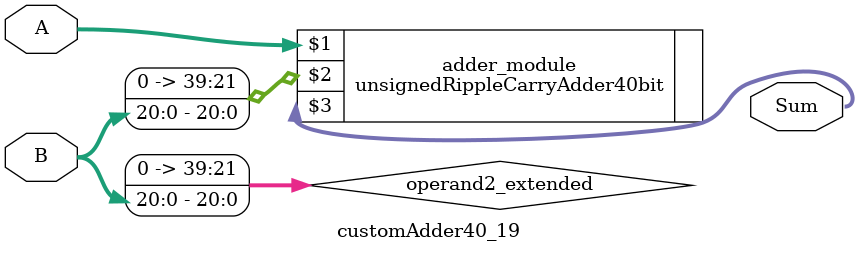
<source format=v>
module customAdder40_19(
                        input [39 : 0] A,
                        input [20 : 0] B,
                        
                        output [40 : 0] Sum
                );

        wire [39 : 0] operand2_extended;
        
        assign operand2_extended =  {19'b0, B};
        
        unsignedRippleCarryAdder40bit adder_module(
            A,
            operand2_extended,
            Sum
        );
        
        endmodule
        
</source>
